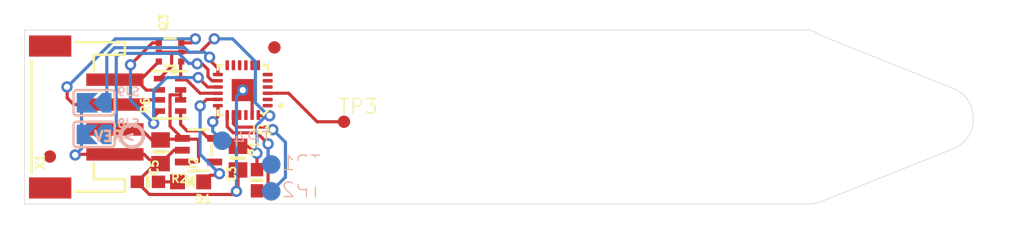
<source format=kicad_pcb>
(kicad_pcb (version 20211014) (generator pcbnew)
  (layers (0 "F.Cu" signal) (31 "B.Cu" signal) (34 "B.Paste" user) (35 "F.Paste" user) (36 "B.SilkS" user "B.Silkscreen") (37 "F.SilkS" user "F.Silkscreen") (38 "B.Mask" user) (39 "F.Mask" user) (44 "Edge.Cuts" user))
  (net 0 "")
  (net 1 "SWDIO")
  (net 2 "SWCLK")
  (net 3 "GND")
  (net 4 "3.3V")
  (net 5 "~{RESET}")
  (net 6 "PA02")
  (net 7 "PA03")
  (net 8 "PA05")
  (net 9 "PA06")
  (net 10 "PA07")
  (net 11 "PA09")
  (net 12 "PA10")
  (net 13 "PA11")
  (net 14 "PA14")
  (net 15 "PA15")
  (net 16 "D-")
  (net 17 "D+")
  (net 18 "ACT")
  (net 19 "PA08")
  (net 20 "N$2")
  (net 21 "SDA")
  (net 22 "SCL")
  (net 23 "SCL_3V")
  (net 24 "VIN")
  (net 25 "SDA_3V")
  (net 26 "ADDR0")
  (net 27 "ADDR1")
  (net 28 "SENSOR")
  (footprint "boardEagle:SOT363" (layer "F.Cu") (at 122.0851 99.7966 90)
    (fp_text reference "Q3" (at 1.651 -0.127 90) (layer "F.SilkS") (effects (font (size 0.666496 0.666496) (thickness 0.146304)) (justify left bottom)))
    (fp_text value "2N7002D")
    (fp_line (start -1.1 -0.45) (end -1.1 0.45) (layer "F.SilkS") (width 0.2032))
    (fp_line (start 1.1 -0.45) (end 1.1 0.45) (layer "F.SilkS") (width 0.2032))
    (fp_circle (center -1.5 0.35) (end -1.4 0.35) (layer "F.SilkS") (width 0.2032) (fill none))
    (pad "1" smd rect (at -0.75 0.9 90) (size 0.5 0.5) (layers "F.Cu" "F.Paste" "F.Mask") (net 23 "SCL_3V"))
    (pad "2" smd rect (at 0 0.9 90) (size 0.4 0.5) (layers "F.Cu" "F.Paste" "F.Mask") (net 4 "3.3V"))
    (pad "3" smd rect (at 0.75 0.9 90) (size 0.5 0.5) (layers "F.Cu" "F.Paste" "F.Mask") (net 21 "SDA"))
    (pad "4" smd rect (at 0.75 -0.9 90) (size 0.5 0.5) (layers "F.Cu" "F.Paste" "F.Mask") (net 25 "SDA_3V"))
    (pad "5" smd rect (at 0 -0.9 90) (size 0.4 0.5) (layers "F.Cu" "F.Paste" "F.Mask") (net 4 "3.3V"))
    (pad "6" smd rect (at -0.75 -0.9 90) (size 0.5 0.5) (layers "F.Cu" "F.Paste" "F.Mask") (net 22 "SCL"))
  )
  (footprint "boardEagle:TP10R" (layer "F.Cu") (at 136.0551 105.3846)
    (fp_text reference "TP3" (at -0.5001 -0.5499) (layer "F.SilkS") (effects (font (size 1.1684 1.1684) (thickness 0.1016)) (justify left bottom)))
    (fp_text value "TPTP10R")
    (pad "TP" smd roundrect (at 0 0) (size 1 1) (layers "F.Cu" "F.Mask") (roundrect_rratio 0.5) (net 28 "SENSOR"))
  )
  (footprint "boardEagle:0805-NO" (layer "F.Cu") (at 127.5461 108.3056 -90)
    (fp_text reference "C3" (at 2.032 0.127 -90) (layer "F.SilkS") (effects (font (size 0.666496 0.666496) (thickness 0.146304)) (justify left bottom)))
    (fp_text value "10uF")
    (fp_line (start 0 -0.508) (end 0 0.508) (layer "F.SilkS") (width 0.3048))
    (pad "1" smd rect (at -0.95 0 270) (size 1.24 1.5) (layers "F.Cu" "F.Paste" "F.Mask") (net 4 "3.3V"))
    (pad "2" smd rect (at 0.95 0 270) (size 1.24 1.5) (layers "F.Cu" "F.Paste" "F.Mask") (net 3 "GND"))
  )
  (footprint "" (layer "F.Cu") (at 133.2611 100.8126)
    (fp_text reference "@HOLE0" hide)
    (fp_text value "" (at 0 0) (layer "F.SilkS") (effects (font (size 1.27 1.27))))
    (pad "" np_thru_hole circle (at 0 0) (size 2.54 2.54) (drill 2.54) (layers *.Cu *.Mask))
  )
  (footprint "boardEagle:FIDUCIAL_1MM" (layer "F.Cu") (at 130.4671 99.4156)
    (fp_text reference "FID1" hide)
    (fp_text value "FIDUCIAL_1MM" hide)
    (pad "1" smd roundrect (at 0 0) (size 1 1) (layers "F.Cu" "F.Mask") (roundrect_rratio 0.5))
  )
  (footprint "boardEagle:0603-NO" (layer "F.Cu") (at 129.0701 110.0836 90)
    (fp_text reference "R1" (at 1.778 0.127 90) (layer "F.SilkS") (effects (font (size 0.666496 0.666496) (thickness 0.146304)) (justify left bottom)))
    (fp_text value "1K")
    (fp_line (start 0 -0.4) (end 0 0.4) (layer "F.SilkS") (width 0.3048))
    (pad "1" smd rect (at -0.85 0 90) (size 1.075 1) (layers "F.Cu" "F.Paste" "F.Mask") (net 2 "SWCLK"))
    (pad "2" smd rect (at 0.85 0 90) (size 1.075 1) (layers "F.Cu" "F.Paste" "F.Mask") (net 4 "3.3V"))
  )
  (footprint "boardEagle:FIDUCIAL_1MM" (layer "F.Cu") (at 112.4331 108.1786)
    (fp_text reference "FID2" hide)
    (fp_text value "FIDUCIAL_1MM" hide)
    (pad "1" smd roundrect (at 0 0) (size 1 1) (layers "F.Cu" "F.Mask") (roundrect_rratio 0.5))
  )
  (footprint "boardEagle:SOT23-5" (layer "F.Cu") (at 124.3711 107.6706 -90)
    (fp_text reference "U2" (at 1.978 0 -90) (layer "F.SilkS") (effects (font (size 0.666496 0.666496) (thickness 0.146304)) (justify left bottom)))
    (fp_text value "MIC5225-3.3")
    (fp_line (start -1.65 -0.8) (end -1.65 0.8) (layer "F.SilkS") (width 0.2032))
    (fp_line (start -0.4 -1.05) (end 0.4 -1.05) (layer "F.SilkS") (width 0.2032))
    (fp_line (start 1.65 -0.8) (end 1.65 0.8) (layer "F.SilkS") (width 0.2032))
    (pad "1" smd rect (at -0.95 1.3001 270) (size 0.55 1.2) (layers "F.Cu" "F.Paste" "F.Mask") (net 24 "VIN"))
    (pad "2" smd rect (at 0 1.3001 270) (size 0.55 1.2) (layers "F.Cu" "F.Paste" "F.Mask") (net 3 "GND"))
    (pad "3" smd rect (at 0.95 1.3001 270) (size 0.55 1.2) (layers "F.Cu" "F.Paste" "F.Mask") (net 24 "VIN"))
    (pad "4" smd rect (at 0.95 -1.3001 270) (size 0.55 1.2) (layers "F.Cu" "F.Paste" "F.Mask"))
    (pad "5" smd rect (at -0.95 -1.3001 270) (size 0.55 1.2) (layers "F.Cu" "F.Paste" "F.Mask") (net 4 "3.3V"))
  )
  (footprint "" (layer "F.Cu") (at 133.2611 109.4486)
    (fp_text reference "@HOLE1" hide)
    (fp_text value "" (at 0 0) (layer "F.SilkS") (effects (font (size 1.27 1.27))))
    (pad "" np_thru_hole circle (at 0 0) (size 2.54 2.54) (drill 2.54) (layers *.Cu *.Mask))
  )
  (footprint "boardEagle:STEMMA_SOIL_TOP" (layer "F.Cu") (at 110.4011 111.9886)
    (fp_text reference "U$5" hide)
    (fp_text value "" hide)
  )
  (footprint "boardEagle:RESPACK_4X0603" (layer "F.Cu") (at 122.0851 103.2256 90)
    (fp_text reference "R6" (at -1.6 -1.6 90) (layer "F.SilkS") (effects (font (size 0.666496 0.666496) (thickness 0.146304)) (justify left bottom)))
    (fp_text value "10K")
    (fp_line (start 1.9 -1.4) (end 1.9 1.4) (layer "F.SilkS") (width 0.2032))
    (fp_line (start -1.9 1.4) (end -1.9 -1.4) (layer "F.SilkS") (width 0.2032))
    (pad "1" smd rect (at -1.3 0.85 90) (size 0.45 0.9) (layers "F.Cu" "F.Paste" "F.Mask") (net 4 "3.3V"))
    (pad "2" smd rect (at -0.4 0.85 90) (size 0.45 0.9) (layers "F.Cu" "F.Paste" "F.Mask") (net 24 "VIN"))
    (pad "3" smd rect (at 0.4 0.85 90) (size 0.45 0.9) (layers "F.Cu" "F.Paste" "F.Mask") (net 24 "VIN"))
    (pad "4" smd rect (at 1.3 0.85 90) (size 0.45 0.9) (layers "F.Cu" "F.Paste" "F.Mask") (net 23 "SCL_3V"))
    (pad "5" smd rect (at 1.3 -0.85 90) (size 0.45 0.9) (layers "F.Cu" "F.Paste" "F.Mask") (net 4 "3.3V"))
    (pad "6" smd rect (at 0.4 -0.85 90) (size 0.45 0.9) (layers "F.Cu" "F.Paste" "F.Mask") (net 22 "SCL"))
    (pad "7" smd rect (at -0.4 -0.85 90) (size 0.45 0.9) (layers "F.Cu" "F.Paste" "F.Mask") (net 21 "SDA"))
    (pad "8" smd rect (at -1.3 -0.85 90) (size 0.45 0.9) (layers "F.Cu" "F.Paste" "F.Mask") (net 25 "SDA_3V"))
  )
  (footprint "boardEagle:0603-NO" (layer "F.Cu") (at 120.3071 110.2106)
    (fp_text reference "R2" (at 1.778 0.127) (layer "F.SilkS") (effects (font (size 0.666496 0.666496) (thickness 0.146304)) (justify left bottom)))
    (fp_text value "1K")
    (fp_line (start 0 -0.4) (end 0 0.4) (layer "F.SilkS") (width 0.3048))
    (pad "1" smd rect (at -0.85 0) (size 1.075 1) (layers "F.Cu" "F.Paste" "F.Mask") (net 3 "GND"))
    (pad "2" smd rect (at 0.85 0) (size 1.075 1) (layers "F.Cu" "F.Paste" "F.Mask") (net 20 "N$2"))
  )
  (footprint "boardEagle:CHIPLED_0805_NOOUTLINE" (layer "F.Cu") (at 123.7361 110.2106 90)
    (fp_text reference "D1" (at -1.016 1.778 180) (layer "F.SilkS") (effects (font (size 0.666496 0.666496) (thickness 0.146304)) (justify right top)))
    (fp_text value "RED")
    (fp_poly (pts (xy 0.5334 0.3302) (xy -0.5334 0.3302) (xy 0 -0.381)) (layer "F.SilkS") (width 0) (fill solid))
    (fp_poly (pts (xy -0.4445 -0.1405) (xy 0.4445 -0.1405) (xy 0.4445 -0.331) (xy -0.4445 -0.331)) (layer "F.SilkS") (width 0) (fill solid))
    (pad "A" smd rect (at 0 1.05 90) (size 1.2 1.2) (layers "F.Cu" "F.Paste" "F.Mask") (net 18 "ACT"))
    (pad "C" smd rect (at 0 -1.05 90) (size 1.2 1.2) (layers "F.Cu" "F.Paste" "F.Mask") (net 20 "N$2"))
  )
  (footprint "boardEagle:JSTPH4" (layer "F.Cu") (at 113.9571 105.0036 90)
    (fp_text reference "X1" (at -4.318 -1.905 90) (layer "F.SilkS") (effects (font (size 0.666496 0.666496) (thickness 0.146304)) (justify left bottom)))
    (fp_text value "STEMMA_I2C_RASMT")
    (fp_line (start 5 4.5) (end 6 4.5) (layer "F.SilkS") (width 0.2032))
    (fp_line (start 5 2) (end 5 4.5) (layer "F.SilkS") (width 0.2032))
    (fp_line (start -6 4.5) (end -5 4.5) (layer "F.SilkS") (width 0.2032))
    (fp_line (start -4.5 -3) (end 4.5 -3) (layer "F.SilkS") (width 0.2032))
    (fp_line (start 6 4.5) (end 6 0.5) (layer "F.SilkS") (width 0.2032))
    (fp_line (start -5 4.5) (end -5 2) (layer "F.SilkS") (width 0.2032))
    (fp_line (start 3.75 2) (end 5 2) (layer "F.SilkS") (width 0.2032))
    (fp_line (start -5 2) (end -3.75 2) (layer "F.SilkS") (width 0.2032))
    (fp_line (start -6 0.5) (end -6 4.5) (layer "F.SilkS") (width 0.2032))
    (pad "1" smd rect (at -3 3.7 90) (size 1 4.6) (layers "F.Cu" "F.Paste" "F.Mask") (net 3 "GND"))
    (pad "2" smd rect (at -1 3.7 90) (size 1 4.6) (layers "F.Cu" "F.Paste" "F.Mask") (net 24 "VIN"))
    (pad "3" smd rect (at 1 3.7 90) (size 1 4.6) (layers "F.Cu" "F.Paste" "F.Mask") (net 21 "SDA"))
    (pad "4" smd rect (at 3 3.7 90) (size 1 4.6) (layers "F.Cu" "F.Paste" "F.Mask") (net 22 "SCL"))
    (pad "NC1" smd rect (at -5.7 -1.5 180) (size 3.4 1.7) (layers "F.Cu" "F.Paste" "F.Mask"))
    (pad "NC2" smd rect (at 5.7 -1.5 180) (size 3.4 1.7) (layers "F.Cu" "F.Paste" "F.Mask"))
  )
  (footprint "boardEagle:QFN24_4MM" (layer "F.Cu") (at 127.9271 102.8446 180)
    (fp_text reference "IC1" (at -2.45 -2.8 180) (layer "F.SilkS") (effects (font (size 0.666496 0.666496) (thickness 0.146304)) (justify right top)))
    (fp_text value "ATSAMD10D14A")
    (fp_line (start 2 -1.65) (end 2 -2) (layer "F.SilkS") (width 0.2032))
    (fp_line (start 1.65 2) (end 2 2) (layer "F.SilkS") (width 0.2032))
    (fp_line (start -1.65 2) (end -2 2) (layer "F.SilkS") (width 0.2032))
    (fp_line (start 2 -2) (end 1.65 -2) (layer "F.SilkS") (width 0.2032))
    (fp_line (start -2 2) (end -2 1.65) (layer "F.SilkS") (width 0.2032))
    (fp_line (start 2 1.65) (end 2 2) (layer "F.SilkS") (width 0.2032))
    (fp_line (start -1.65 -2) (end -2 -1.65) (layer "F.SilkS") (width 0.2032))
    (fp_circle (center -3.048 -1.27) (end -2.921 -1.27) (layer "F.SilkS") (width 0.2032) (fill none))
    (pad "1" smd roundrect (at -2 -1.25) (size 0.8 0.28) (layers "F.Cu" "F.Paste" "F.Mask") (net 6 "PA02"))
    (pad "2" smd roundrect (at -2 -0.75) (size 0.8 0.28) (layers "F.Cu" "F.Paste" "F.Mask") (net 7 "PA03"))
    (pad "3" smd roundrect (at -2 -0.25) (size 0.8 0.28) (layers "F.Cu" "F.Paste" "F.Mask") (net 28 "SENSOR"))
    (pad "4" smd roundrect (at -2 0.25) (size 0.8 0.28) (layers "F.Cu" "F.Paste" "F.Mask") (net 8 "PA05"))
    (pad "5" smd roundrect (at -2 0.75) (size 0.8 0.28) (layers "F.Cu" "F.Paste" "F.Mask") (net 9 "PA06"))
    (pad "6" smd roundrect (at -2 1.25) (size 0.8 0.28) (layers "F.Cu" "F.Paste" "F.Mask") (net 10 "PA07"))
    (pad "7" smd roundrect (at -1.25 2 270) (size 0.8 0.28) (layers "F.Cu" "F.Paste" "F.Mask") (net 19 "PA08"))
    (pad "8" smd roundrect (at -0.75 2 270) (size 0.8 0.28) (layers "F.Cu" "F.Paste" "F.Mask") (net 11 "PA09"))
    (pad "9" smd roundrect (at -0.25 2 270) (size 0.8 0.28) (layers "F.Cu" "F.Paste" "F.Mask") (net 12 "PA10"))
    (pad "10" smd roundrect (at 0.25 2 270) (size 0.8 0.28) (layers "F.Cu" "F.Paste" "F.Mask") (net 13 "PA11"))
    (pad "11" smd roundrect (at 0.75 2 270) (size 0.8 0.28) (layers "F.Cu" "F.Paste" "F.Mask") (net 14 "PA14"))
    (pad "12" smd roundrect (at 1.25 2 270) (size 0.8 0.28) (layers "F.Cu" "F.Paste" "F.Mask") (net 15 "PA15"))
    (pad "13" smd roundrect (at 2 1.25 180) (size 0.8 0.28) (layers "F.Cu" "F.Paste" "F.Mask") (net 26 "ADDR0"))
    (pad "14" smd roundrect (at 2 0.75 180) (size 0.8 0.28) (layers "F.Cu" "F.Paste" "F.Mask") (net 27 "ADDR1"))
    (pad "15" smd roundrect (at 2 0.25 180) (size 0.8 0.28) (layers "F.Cu" "F.Paste" "F.Mask") (net 25 "SDA_3V"))
    (pad "16" smd roundrect (at 2 -0.25 180) (size 0.8 0.28) (layers "F.Cu" "F.Paste" "F.Mask") (net 23 "SCL_3V"))
    (pad "17" smd roundrect (at 2 -0.75 180) (size 0.8 0.28) (layers "F.Cu" "F.Paste" "F.Mask") (net 18 "ACT"))
    (pad "18" smd roundrect (at 2 -1.25 180) (size 0.8 0.28) (layers "F.Cu" "F.Paste" "F.Mask") (net 5 "~{RESET}"))
    (pad "19" smd roundrect (at 1.25 -2 90) (size 0.8 0.28) (layers "F.Cu" "F.Paste" "F.Mask") (net 2 "SWCLK"))
    (pad "20" smd roundrect (at 0.75 -2 90) (size 0.8 0.28) (layers "F.Cu" "F.Paste" "F.Mask") (net 1 "SWDIO"))
    (pad "21" smd roundrect (at 0.25 -2 90) (size 0.8 0.28) (layers "F.Cu" "F.Paste" "F.Mask") (net 16 "D-"))
    (pad "22" smd roundrect (at -0.25 -2 90) (size 0.8 0.28) (layers "F.Cu" "F.Paste" "F.Mask") (net 17 "D+"))
    (pad "23" smd roundrect (at -0.75 -2 90) (size 0.8 0.28) (layers "F.Cu" "F.Paste" "F.Mask") (net 3 "GND"))
    (pad "24" smd roundrect (at -1.25 -2 90) (size 0.8 0.28) (layers "F.Cu" "F.Paste" "F.Mask") (net 4 "3.3V"))
    (pad "THERM" smd rect (at 0 0 180) (size 1.778 1.778) (layers "F.Cu" "F.Mask") (net 3 "GND"))
  )
  (footprint "boardEagle:0805-NO" (layer "F.Cu") (at 121.3231 107.7976 -90)
    (fp_text reference "C5" (at 2.032 0.127 -90) (layer "F.SilkS") (effects (font (size 0.666496 0.666496) (thickness 0.146304)) (justify left bottom)))
    (fp_text value "10uF")
    (fp_line (start 0 -0.508) (end 0 0.508) (layer "F.SilkS") (width 0.3048))
    (pad "1" smd rect (at -0.95 0 270) (size 1.24 1.5) (layers "F.Cu" "F.Paste" "F.Mask") (net 24 "VIN"))
    (pad "2" smd rect (at 0.95 0 270) (size 1.24 1.5) (layers "F.Cu" "F.Paste" "F.Mask") (net 3 "GND"))
  )
  (footprint "boardEagle:SOLDERJUMPER_ARROW_NOPASTE" (layer "B.Cu") (at 115.9891 106.4006 180)
    (fp_text reference "SJ8" (at -1.778 1.27) (layer "B.SilkS") (effects (font (size 0.666496 0.666496) (thickness 0.146304)) (justify right top mirror)))
    (fp_text value "")
    (fp_poly (pts (xy 0.106121 -0.002663) (xy -0.679416 -0.7882) (xy -1.3946 -0.7882) (xy -1.3946 0.7882) (xy -0.62715 0.7882)) (layer "B.Cu") (width 0) (fill solid))
    (fp_poly (pts (xy 1.3946 -0.7882) (xy -0.315893 -0.7882) (xy 0.443148 0) (xy -0.315893 0.7882) (xy 1.3946 0.7882)) (layer "B.Cu") (width 0) (fill solid))
    (fp_line (start -1.651 -0.762) (end -1.651 0.762) (layer "B.SilkS") (width 0.2032))
    (fp_line (start -1.397 1.016) (end 1.397 1.016) (layer "B.SilkS") (width 0.2032))
    (fp_line (start 1.651 -0.762) (end 1.651 0.762) (layer "B.SilkS") (width 0.2032))
    (fp_line (start 1.397 -1.016) (end -1.397 -1.016) (layer "B.SilkS") (width 0.2032))
    (fp_arc (start 1.397 -1.016) (mid 1.576605 -0.941605) (end 1.651 -0.762) (layer "B.SilkS") (width 0.2032))
    (fp_arc (start 1.651 0.762) (mid 1.576605 0.941605) (end 1.397 1.016) (layer "B.SilkS") (width 0.2032))
    (fp_arc (start -1.397 1.016) (mid -1.576605 0.941605) (end -1.651 0.762) (layer "B.SilkS") (width 0.2032))
    (fp_arc (start -1.651 -0.762) (mid -1.576605 -0.941605) (end -1.397 -1.016) (layer "B.SilkS") (width 0.2032))
    (pad "1" smd roundrect (at -1.016 0 180) (size 0.762 1.524) (layers "B.Cu") (net 27 "ADDR1"))
    (pad "2" smd roundrect (at 1.016 0 180) (size 0.762 1.524) (layers "B.Cu") (net 3 "GND"))
  )
  (footprint "boardEagle:TP15R" (layer "B.Cu") (at 126.2761 106.9086 180)
    (fp_text reference "TP4" (at -0.7501 0.8001) (layer "B.SilkS") (effects (font (size 1.1684 1.1684) (thickness 0.1016)) (justify right top mirror)))
    (fp_text value "TPTP15R")
    (pad "TP" smd roundrect (at 0 0 180) (size 1.5 1.5) (layers "B.Cu" "B.Mask") (roundrect_rratio 0.5) (net 5 "~{RESET}"))
  )
  (footprint "boardEagle:PCBFEAT-REV-040" (layer "B.Cu") (at 119.0371 106.5276 180)
    (fp_text reference "U$12" hide)
    (fp_text value "" hide)
    (fp_text user ">REV" (at -0.3556 -0.508) (layer "B.SilkS") (effects (font (size 0.8128 0.8128) (thickness 0.2032)) (justify left bottom mirror)))
    (fp_circle (center 0 0) (end 0.898 0) (layer "B.SilkS") (width 0.3048) (fill none))
  )
  (footprint "boardEagle:SOLDERJUMPER_ARROW_NOPASTE" (layer "B.Cu") (at 115.9891 103.8606 180)
    (fp_text reference "SJ9" (at -1.778 1.27) (layer "B.SilkS") (effects (font (size 0.666496 0.666496) (thickness 0.146304)) (justify right top mirror)))
    (fp_text value "")
    (fp_poly (pts (xy 0.106121 -0.002663) (xy -0.679416 -0.7882) (xy -1.3946 -0.7882) (xy -1.3946 0.7882) (xy -0.62715 0.7882)) (layer "B.Cu") (width 0) (fill solid))
    (fp_poly (pts (xy 1.3946 -0.7882) (xy -0.315893 -0.7882) (xy 0.443148 0) (xy -0.315893 0.7882) (xy 1.3946 0.7882)) (layer "B.Cu") (width 0) (fill solid))
    (fp_line (start -1.651 -0.762) (end -1.651 0.762) (layer "B.SilkS") (width 0.2032))
    (fp_line (start -1.397 1.016) (end 1.397 1.016) (layer "B.SilkS") (width 0.2032))
    (fp_line (start 1.397 -1.016) (end -1.397 -1.016) (layer "B.SilkS") (width 0.2032))
    (fp_line (start 1.651 -0.762) (end 1.651 0.762) (layer "B.SilkS") (width 0.2032))
    (fp_arc (start 1.651 0.762) (mid 1.576605 0.941605) (end 1.397 1.016) (layer "B.SilkS") (width 0.2032))
    (fp_arc (start 1.397 -1.016) (mid 1.576605 -0.941605) (end 1.651 -0.762) (layer "B.SilkS") (width 0.2032))
    (fp_arc (start -1.651 -0.762) (mid -1.576605 -0.941605) (end -1.397 -1.016) (layer "B.SilkS") (width 0.2032))
    (fp_arc (start -1.397 1.016) (mid -1.576605 0.941605) (end -1.651 0.762) (layer "B.SilkS") (width 0.2032))
    (pad "1" smd roundrect (at -1.016 0 180) (size 0.762 1.524) (layers "B.Cu") (net 26 "ADDR0"))
    (pad "2" smd roundrect (at 1.016 0 180) (size 0.762 1.524) (layers "B.Cu") (net 3 "GND"))
  )
  (footprint "boardEagle:TP15R" (layer "B.Cu") (at 130.2131 108.8136 180)
    (fp_text reference "TP1" (at -0.7501 0.8001) (layer "B.SilkS") (effects (font (size 1.1684 1.1684) (thickness 0.1016)) (justify right top mirror)))
    (fp_text value "TPTP15R")
    (pad "TP" smd roundrect (at 0 0 180) (size 1.5 1.5) (layers "B.Cu" "B.Mask") (roundrect_rratio 0.5) (net 2 "SWCLK"))
  )
  (footprint "boardEagle:STEMMA_SOIL_BOT" (layer "B.Cu") (at 186.7281 111.9886 180)
    (fp_text reference "U$4" hide)
    (fp_text value "" hide)
  )
  (footprint "boardEagle:TP15R" (layer "B.Cu") (at 130.2131 110.9726 180)
    (fp_text reference "TP2" (at -0.7501 0.8001) (layer "B.SilkS") (effects (font (size 1.1684 1.1684) (thickness 0.1016)) (justify right top mirror)))
    (fp_text value "TPTP15R")
    (pad "TP" smd roundrect (at 0 0 180) (size 1.5 1.5) (layers "B.Cu" "B.Mask") (roundrect_rratio 0.5) (net 1 "SWDIO"))
  )
  (gr_arc (start 185.00443 102.713931) (mid 186.16439 103.648265) (end 186.6011 105.072263) (layer "Edge.Cuts") (width 0.05))
  (gr_line (start 110.4011 98.0186) (end 110.4011 111.9886) (layer "Edge.Cuts") (width 0.05))
  (gr_line (start 186.6011 105.188938) (end 186.6011 105.072263) (layer "Edge.Cuts") (width 0.05))
  (gr_line (start 110.4011 111.9886) (end 173.41194 111.9886) (layer "Edge.Cuts") (width 0.05))
  (gr_arc (start 186.601098 105.188937) (mid 186.16439 106.612935) (end 185.004431 107.547269) (layer "Edge.Cuts") (width 0.05))
  (gr_arc (start 173.411939 98.0186) (mid 173.90439 98.191431) (end 174.355271 98.454269) (layer "Edge.Cuts") (width 0.05))
  (gr_line (start 174.355271 111.806932) (end 185.004431 107.547269) (layer "Edge.Cuts") (width 0.05))
  (gr_arc (start 174.355271 111.806932) (mid 173.892272 111.94277) (end 173.41194 111.9886) (layer "Edge.Cuts") (width 0.05))
  (gr_line (start 185.004431 102.713932) (end 174.355271 98.454269) (layer "Edge.Cuts") (width 0.05))
  (gr_line (start 173.41194 98.0186) (end 110.4011 98.0186) (layer "Edge.Cuts") (width 0.05))
  (segment (start 127.1771 105.545) (end 127.4485 105.8164) (width 0.254) (layer "F.Cu") (net 1))
  (segment (start 127.1771 104.8446) (end 127.1771 105.545) (width 0.254) (layer "F.Cu") (net 1))
  (segment (start 127.4485 105.8164) (end 130.1369 105.8164) (width 0.254) (layer "F.Cu") (net 1))
  (segment (start 130.1369 105.8164) (end 130.3401 106.0196) (width 0.254) (layer "F.Cu") (net 1))
  (via (at 130.3401 106.0196) (size 0.9064) (drill 0.5) (layers "F.Cu" "B.Cu") (net 1))
  (segment (start 131.3561 109.8296) (end 131.3561 107.0356) (width 0.254) (layer "B.Cu") (net 1))
  (segment (start 130.2131 110.9726) (end 131.3561 109.8296) (width 0.254) (layer "B.Cu") (net 1))
  (segment (start 131.3561 107.0356) (end 130.3401 106.0196) (width 0.254) (layer "B.Cu") (net 1))
  (segment (start 126.6771 105.7856) (end 127.1651 106.2736) (width 0.254) (layer "F.Cu") (net 2))
  (segment (start 126.6771 104.8446) (end 126.6771 105.7856) (width 0.254) (layer "F.Cu") (net 2))
  (segment (start 127.1651 106.2736) (end 129.0701 106.2736) (width 0.254) (layer "F.Cu") (net 2))
  (segment (start 129.0701 110.9336) (end 129.6171 110.9336) (width 0.254) (layer "F.Cu") (net 2))
  (segment (start 129.9591 110.5916) (end 129.9591 107.1626) (width 0.254) (layer "F.Cu") (net 2))
  (segment (start 129.0701 106.2736) (end 129.9591 107.1626) (width 0.254) (layer "F.Cu") (net 2))
  (segment (start 129.6171 110.9336) (end 129.9591 110.5916) (width 0.254) (layer "F.Cu") (net 2))
  (via (at 129.9591 107.1626) (size 0.9064) (drill 0.5) (layers "F.Cu" "B.Cu") (net 2))
  (segment (start 130.2131 108.8136) (end 129.9591 108.5596) (width 0.254) (layer "B.Cu") (net 2))
  (segment (start 129.9591 107.1626) (end 129.9591 108.5596) (width 0.254) (layer "B.Cu") (net 2))
  (segment (start 121.3231 108.7476) (end 122.4001 107.6706) (width 0.254) (layer "F.Cu") (net 3))
  (segment (start 127.5461 109.2556) (end 127.5461 110.8456) (width 0.254) (layer "F.Cu") (net 3))
  (segment (start 121.3231 108.7476) (end 120.9201 108.7476) (width 0.254) (layer "F.Cu") (net 3))
  (segment (start 120.0051 108.0036) (end 120.8346 108.8331) (width 0.254) (layer "F.Cu") (net 3))
  (segment (start 128.6771 103.5946) (end 127.9271 102.8446) (width 0.254) (layer "F.Cu") (net 3))
  (segment (start 120.8346 108.8331) (end 119.4571 110.2106) (width 0.254) (layer "F.Cu") (net 3))
  (segment (start 128.6771 104.8446) (end 128.6771 103.5946) (width 0.254) (layer "F.Cu") (net 3))
  (segment (start 127.5461 110.8456) (end 127.4191 110.9726) (width 0.254) (layer "F.Cu") (net 3))
  (segment (start 120.4341 111.2266) (end 127.1651 111.2266) (width 0.254) (layer "F.Cu") (net 3))
  (segment (start 127.1651 111.2266) (end 127.4191 110.9726) (width 0.254) (layer "F.Cu") (net 3))
  (segment (start 117.6571 108.0036) (end 120.0051 108.0036) (width 0.254) (layer "F.Cu") (net 3))
  (segment (start 119.4571 110.2496) (end 119.4571 110.2106) (width 0.254) (layer "F.Cu") (net 3))
  (segment (start 119.4571 110.2496) (end 120.4341 111.2266) (width 0.254) (layer "F.Cu") (net 3))
  (segment (start 122.4001 107.6706) (end 123.071 107.6706) (width 0.254) (layer "F.Cu") (net 3))
  (segment (start 114.5131 108.0036) (end 117.6571 108.0036) (width 0.254) (layer "F.Cu") (net 3))
  (segment (start 120.9201 108.7476) (end 120.8346 108.8331) (width 0.254) (layer "F.Cu") (net 3))
  (segment (start 114.4651 108.0516) (end 114.5131 108.0036) (width 0.254) (layer "F.Cu") (net 3))
  (via (at 127.4191 110.9726) (size 0.9064) (drill 0.5) (layers "F.Cu" "B.Cu") (net 3))
  (via (at 127.9271 102.8446) (size 0.9064) (drill 0.5) (layers "F.Cu" "B.Cu") (net 3))
  (via (at 114.4651 108.0516) (size 0.9064) (drill 0.5) (layers "F.Cu" "B.Cu") (net 3))
  (segment (start 114.9731 106.4006) (end 114.9731 107.5436) (width 0.254) (layer "B.Cu") (net 3))
  (segment (start 127.4191 103.3526) (end 127.4191 110.9726) (width 0.254) (layer "B.Cu") (net 3))
  (segment (start 114.9731 103.8606) (end 114.9731 106.4006) (width 0.254) (layer "B.Cu") (net 3))
  (segment (start 127.9271 102.8446) (end 127.4191 103.3526) (width 0.254) (layer "B.Cu") (net 3))
  (segment (start 114.9731 107.5436) (end 114.4651 108.0516) (width 0.254) (layer "B.Cu") (net 3))
  (segment (start 122.9851 99.7966) (end 124.4981 99.7966) (width 0.254) (layer "F.Cu") (net 4))
  (segment (start 122.2121 100.9396) (end 122.2121 99.7966) (width 0.254) (layer "F.Cu") (net 4))
  (segment (start 128.3741 107.3556) (end 127.5461 107.3556) (width 0.254) (layer "F.Cu") (net 4))
  (segment (start 127.5461 107.3556) (end 126.9111 106.7206) (width 0.254) (layer "F.Cu") (net 4))
  (segment (start 122.9351 105.5996) (end 123.4509 106.1154) (width 0.254) (layer "F.Cu") (net 4))
  (segment (start 125.6712 106.7206) (end 126.9111 106.7206) (width 0.254) (layer "F.Cu") (net 4))
  (segment (start 129.0701 109.2336) (end 129.0701 107.9246) (width 0.254) (layer "F.Cu") (net 4))
  (segment (start 125.1632 106.7206) (end 125.6712 106.7206) (width 0.254) (layer "F.Cu") (net 4))
  (segment (start 123.4509 106.1154) (end 124.558 106.1154) (width 0.254) (layer "F.Cu") (net 4))
  (segment (start 124.4981 99.7966) (end 125.5689 98.7258) (width 0.254) (layer "F.Cu") (net 4))
  (segment (start 121.2351 101.9256) (end 121.2351 101.9166) (width 0.254) (layer "F.Cu") (net 4))
  (segment (start 129.0701 107.9246) (end 128.9431 107.9246) (width 0.254) (layer "F.Cu") (net 4))
  (segment (start 130.0861 104.906) (end 129.2385 104.906) (width 0.254) (layer "F.Cu") (net 4))
  (segment (start 122.2121 99.7966) (end 121.1851 99.7966) (width 0.254) (layer "F.Cu") (net 4))
  (segment (start 122.9351 104.5256) (end 122.9351 105.5996) (width 0.254) (layer "F.Cu") (net 4))
  (segment (start 125.1632 106.7206) (end 124.558 106.1154) (width 0.254) (layer "F.Cu") (net 4))
  (segment (start 128.3741 107.3556) (end 128.9431 107.9246) (width 0.254) (layer "F.Cu") (net 4))
  (segment (start 125.6411 98.7258) (end 125.5689 98.7258) (width 0.254) (layer "F.Cu") (net 4))
  (segment (start 122.2121 99.7966) (end 122.9851 99.7966) (width 0.254) (layer "F.Cu") (net 4))
  (segment (start 121.2351 101.9166) (end 122.2121 100.9396) (width 0.254) (layer "F.Cu") (net 4))
  (segment (start 129.2385 104.906) (end 129.1771 104.8446) (width 0.254) (layer "F.Cu") (net 4))
  (via (at 130.0861 104.906) (size 0.9064) (drill 0.5) (layers "F.Cu" "B.Cu") (net 4))
  (via (at 125.6411 98.7258) (size 0.9064) (drill 0.5) (layers "F.Cu" "B.Cu") (net 4))
  (via (at 129.0701 107.9246) (size 0.9064) (drill 0.5) (layers "F.Cu" "B.Cu") (net 4))
  (segment (start 129.0701 105.6386) (end 129.0701 107.9246) (width 0.254) (layer "B.Cu") (net 4))
  (segment (start 127.1103 98.7258) (end 128.9431 100.5586) (width 0.254) (layer "B.Cu") (net 4))
  (segment (start 128.9431 103.8606) (end 130.0861 105.0036) (width 0.254) (layer "B.Cu") (net 4))
  (segment (start 128.9431 100.5586) (end 128.9431 103.8606) (width 0.254) (layer "B.Cu") (net 4))
  (segment (start 129.7051 105.0036) (end 130.0861 105.0036) (width 0.254) (layer "B.Cu") (net 4))
  (segment (start 129.7051 105.0036) (end 129.0701 105.6386) (width 0.254) (layer "B.Cu") (net 4))
  (segment (start 130.0861 104.906) (end 130.0861 105.0036) (width 0.254) (layer "B.Cu") (net 4))
  (segment (start 127.1103 98.7258) (end 125.6411 98.7258) (width 0.254) (layer "B.Cu") (net 4))
  (segment (start 125.9271 104.0946) (end 125.9271 104.9716) (width 0.254) (layer "F.Cu") (net 5))
  (segment (start 125.9271 104.9716) (end 125.5141 105.3846) (width 0.254) (layer "F.Cu") (net 5))
  (via (at 125.5141 105.3846) (size 0.9064) (drill 0.5) (layers "F.Cu" "B.Cu") (net 5))
  (segment (start 125.5141 105.3846) (end 125.5141 106.1466) (width 0.254) (layer "B.Cu") (net 5))
  (segment (start 126.2761 106.9086) (end 125.5141 106.1466) (width 0.254) (layer "B.Cu") (net 5))
  (segment (start 124.7861 110.2106) (end 125.3155 109.6812) (width 0.254) (layer "F.Cu") (net 18))
  (segment (start 125.927412 109.6812) (end 125.3155 109.6812) (width 0.254) (layer "F.Cu") (net 18))
  (segment (start 125.9271 103.5946) (end 125.0181 103.5946) (width 0.254) (layer "F.Cu") (net 18))
  (segment (start 125.0181 103.5946) (end 124.4981 104.1146) (width 0.254) (layer "F.Cu") (net 18))
  (segment (start 126.054412 109.5542) (end 125.927412 109.6812) (width 0.254) (layer "F.Cu") (net 18))
  (via (at 124.4981 104.1146) (size 0.9064) (drill 0.5) (layers "F.Cu" "B.Cu") (net 18))
  (via (at 126.054412 109.5542) (size 0.9064) (drill 0.5) (layers "F.Cu" "B.Cu") (net 18))
  (segment (start 124.4981 104.1146) (end 124.4981 107.997888) (width 0.254) (layer "B.Cu") (net 18))
  (segment (start 126.054412 109.5542) (end 124.4981 107.997888) (width 0.254) (layer "B.Cu") (net 18))
  (segment (start 122.6861 110.2106) (end 121.1571 110.2106) (width 0.254) (layer "F.Cu") (net 20))
  (segment (start 120.0341 103.6256) (end 121.2351 103.6256) (width 0.254) (layer "F.Cu") (net 21))
  (segment (start 119.6561 104.0036) (end 120.0341 103.6256) (width 0.254) (layer "F.Cu") (net 21))
  (segment (start 113.8087 102.585919) (end 113.826418 102.603638) (width 0.254) (layer "F.Cu") (net 21))
  (segment (start 122.9851 99.0466) (end 123.7963 99.0466) (width 0.254) (layer "F.Cu") (net 21))
  (segment (start 113.826418 103.474919) (end 114.3551 104.0036) (width 0.254) (layer "F.Cu") (net 21))
  (segment (start 124.1171 98.7258) (end 123.7963 99.0466) (width 0.254) (layer "F.Cu") (net 21))
  (segment (start 117.6571 104.0036) (end 119.6561 104.0036) (width 0.254) (layer "F.Cu") (net 21))
  (segment (start 114.3551 104.0036) (end 117.6571 104.0036) (width 0.254) (layer "F.Cu") (net 21))
  (segment (start 113.826418 102.603638) (end 113.826418 103.474919) (width 0.254) (layer "F.Cu") (net 21))
  (via (at 113.8087 102.585919) (size 0.9064) (drill 0.5) (layers "F.Cu" "B.Cu") (net 21))
  (via (at 124.1171 98.7258) (size 0.9064) (drill 0.5) (layers "F.Cu" "B.Cu") (net 21))
  (segment (start 124.1171 98.7258) (end 117.6949 98.7258) (width 0.254) (layer "B.Cu") (net 21))
  (segment (start 117.6949 98.7258) (end 113.834781 102.585919) (width 0.254) (layer "B.Cu") (net 21))
  (segment (start 113.834781 102.585919) (end 113.8087 102.585919) (width 0.254) (layer "B.Cu") (net 21))
  (segment (start 120.1801 102.8446) (end 119.5451 102.2096) (width 0.254) (layer "F.Cu") (net 22))
  (segment (start 119.5451 102.0036) (end 117.6571 102.0036) (width 0.254) (layer "F.Cu") (net 22))
  (segment (start 119.5451 102.1306) (end 119.5451 102.0036) (width 0.254) (layer "F.Cu") (net 22))
  (segment (start 121.2161 102.8446) (end 120.1801 102.8446) (width 0.254) (layer "F.Cu") (net 22))
  (segment (start 119.6011 102.1306) (end 119.5451 102.1306) (width 0.254) (layer "F.Cu") (net 22))
  (segment (start 119.5451 102.2096) (end 119.5451 102.1306) (width 0.254) (layer "F.Cu") (net 22))
  (segment (start 121.1851 100.5466) (end 119.6011 102.1306) (width 0.254) (layer "F.Cu") (net 22))
  (segment (start 121.2161 102.8446) (end 121.2351 102.8256) (width 0.254) (layer "F.Cu") (net 22))
  (segment (start 124.4941 103.0946) (end 123.3251 101.9256) (width 0.254) (layer "F.Cu") (net 23))
  (segment (start 123.3251 101.9256) (end 122.9351 101.9256) (width 0.254) (layer "F.Cu") (net 23))
  (segment (start 122.9851 100.5466) (end 122.9351 100.5966) (width 0.254) (layer "F.Cu") (net 23))
  (segment (start 125.9271 103.0946) (end 124.4941 103.0946) (width 0.254) (layer "F.Cu") (net 23))
  (segment (start 122.9351 100.5966) (end 122.9351 101.9256) (width 0.254) (layer "F.Cu") (net 23))
  (segment (start 119.7831 106.0036) (end 120.6271 106.8476) (width 0.254) (layer "F.Cu") (net 24))
  (segment (start 123.071 108.6206) (end 124.3101 108.6206) (width 0.254) (layer "F.Cu") (net 24))
  (segment (start 121.3231 106.8476) (end 121.3891 106.7816) (width 0.254) (layer "F.Cu") (net 24))
  (segment (start 122.9351 103.2256) (end 122.0851 103.2256) (width 0.254) (layer "F.Cu") (net 24))
  (segment (start 123.2281 106.7816) (end 123.0351 106.7816) (width 0.254) (layer "F.Cu") (net 24))
  (segment (start 121.3891 106.7816) (end 123.0351 106.7816) (width 0.254) (layer "F.Cu") (net 24))
  (segment (start 122.0851 105.7347) (end 123.071 106.7206) (width 0.254) (layer "F.Cu") (net 24))
  (segment (start 122.9351 103.2256) (end 122.9351 103.6256) (width 0.254) (layer "F.Cu") (net 24))
  (segment (start 122.0851 103.2256) (end 122.0851 105.7347) (width 0.254) (layer "F.Cu") (net 24))
  (segment (start 124.3711 108.5596) (end 124.3711 106.7816) (width 0.254) (layer "F.Cu") (net 24))
  (segment (start 124.3101 108.6206) (end 124.3711 108.5596) (width 0.254) (layer "F.Cu") (net 24))
  (segment (start 123.0351 106.7816) (end 122.9741 106.7206) (width 0.254) (layer "F.Cu") (net 24))
  (segment (start 122.9351 102.8256) (end 122.9351 103.2256) (width 0.254) (layer "F.Cu") (net 24))
  (segment (start 124.3711 106.7816) (end 123.2281 106.7816) (width 0.254) (layer "F.Cu") (net 24))
  (segment (start 120.6271 106.8476) (end 121.3231 106.8476) (width 0.254) (layer "F.Cu") (net 24))
  (segment (start 117.6571 106.0036) (end 119.7831 106.0036) (width 0.254) (layer "F.Cu") (net 24))
  (segment (start 122.9741 106.7206) (end 123.071 106.7206) (width 0.254) (layer "F.Cu") (net 24))
  (segment (start 121.1851 99.0466) (end 120.6761 99.0466) (width 0.254) (layer "F.Cu") (net 25))
  (segment (start 125.1063 102.5946) (end 124.3497 101.838) (width 0.254) (layer "F.Cu") (net 25))
  (segment (start 121.2351 104.5256) (end 120.766387 104.994313) (width 0.254) (layer "F.Cu") (net 25))
  (segment (start 120.6761 99.0466) (end 118.9101 100.8126) (width 0.254) (layer "F.Cu") (net 25))
  (segment (start 120.766387 104.994313) (end 120.766387 105.5116) (width 0.254) (layer "F.Cu") (net 25))
  (segment (start 125.9271 102.5946) (end 125.1063 102.5946) (width 0.254) (layer "F.Cu") (net 25))
  (via (at 120.766387 105.5116) (size 0.9064) (drill 0.5) (layers "F.Cu" "B.Cu") (net 25))
  (via (at 118.9101 100.8126) (size 0.9064) (drill 0.5) (layers "F.Cu" "B.Cu") (net 25))
  (via (at 124.3497 101.838) (size 0.9064) (drill 0.5) (layers "F.Cu" "B.Cu") (net 25))
  (segment (start 121.8217 101.838) (end 120.766387 102.893313) (width 0.254) (layer "B.Cu") (net 25))
  (segment (start 120.766387 102.893313) (end 120.766387 105.5116) (width 0.254) (layer "B.Cu") (net 25))
  (segment (start 118.9101 100.8126) (end 118.9101 103.655313) (width 0.254) (layer "B.Cu") (net 25))
  (segment (start 124.3497 101.838) (end 121.8217 101.838) (width 0.254) (layer "B.Cu") (net 25))
  (segment (start 118.9101 103.655313) (end 120.766387 105.5116) (width 0.254) (layer "B.Cu") (net 25))
  (segment (start 125.2601 100.4196) (end 125.2601 100.199) (width 0.254) (layer "F.Cu") (net 26))
  (segment (start 125.9271 101.0866) (end 125.2601 100.4196) (width 0.254) (layer "F.Cu") (net 26))
  (segment (start 125.9271 101.5946) (end 125.9271 101.0866) (width 0.254) (layer "F.Cu") (net 26))
  (via (at 125.2601 100.199) (size 0.9064) (drill 0.5) (layers "F.Cu" "B.Cu") (net 26))
  (segment (start 123.2495 99.437) (end 123.6091 99.7966) (width 0.254) (layer "B.Cu") (net 26))
  (segment (start 124.8577 99.7966) (end 125.2601 100.199) (width 0.254) (layer "B.Cu") (net 26))
  (segment (start 117.0051 100.062182) (end 117.630281 99.437) (width 0.254) (layer "B.Cu") (net 26))
  (segment (start 123.6091 99.7966) (end 124.8577 99.7966) (width 0.254) (layer "B.Cu") (net 26))
  (segment (start 117.0051 103.8606) (end 117.0051 100.062182) (width 0.254) (layer "B.Cu") (net 26))
  (segment (start 117.630281 99.437) (end 123.2495 99.437) (width 0.254) (layer "B.Cu") (net 26))
  (segment (start 124.6679 100.7284) (end 124.267912 100.7284) (width 0.254) (layer "F.Cu") (net 27))
  (segment (start 125.461131 102.0946) (end 125.1331 101.766569) (width 0.254) (layer "F.Cu") (net 27))
  (segment (start 125.1331 101.1936) (end 124.6679 100.7284) (width 0.254) (layer "F.Cu") (net 27))
  (segment (start 125.9271 102.0946) (end 125.461131 102.0946) (width 0.254) (layer "F.Cu") (net 27))
  (segment (start 125.1331 101.766569) (end 125.1331 101.1936) (width 0.254) (layer "F.Cu") (net 27))
  (via (at 124.267912 100.7284) (size 0.9064) (drill 0.5) (layers "F.Cu" "B.Cu") (net 27))
  (segment (start 117.0051 106.4006) (end 117.7671 105.6386) (width 0.254) (layer "B.Cu") (net 27))
  (segment (start 124.236693 100.697182) (end 124.267912 100.7284) (width 0.254) (layer "B.Cu") (net 27))
  (segment (start 117.7671 105.6386) (end 117.7671 100.1776) (width 0.254) (layer "B.Cu") (net 27))
  (segment (start 117.7671 100.1776) (end 118.0505 99.8942) (width 0.254) (layer "B.Cu") (net 27))
  (segment (start 122.784718 99.8942) (end 123.5877 100.697182) (width 0.254) (layer "B.Cu") (net 27))
  (segment (start 123.5877 100.697182) (end 124.236693 100.697182) (width 0.254) (layer "B.Cu") (net 27))
  (segment (start 118.0505 99.8942) (end 122.784718 99.8942) (width 0.254) (layer "B.Cu") (net 27))
  (segment (start 129.9271 103.0946) (end 131.6061 103.0946) (width 0.254) (layer "F.Cu") (net 28))
  (segment (start 131.6061 103.0946) (end 133.8961 105.3846) (width 0.254) (layer "F.Cu") (net 28))
  (segment (start 136.0551 105.3846) (end 133.8961 105.3846) (width 0.254) (layer "F.Cu") (net 28))
)
</source>
